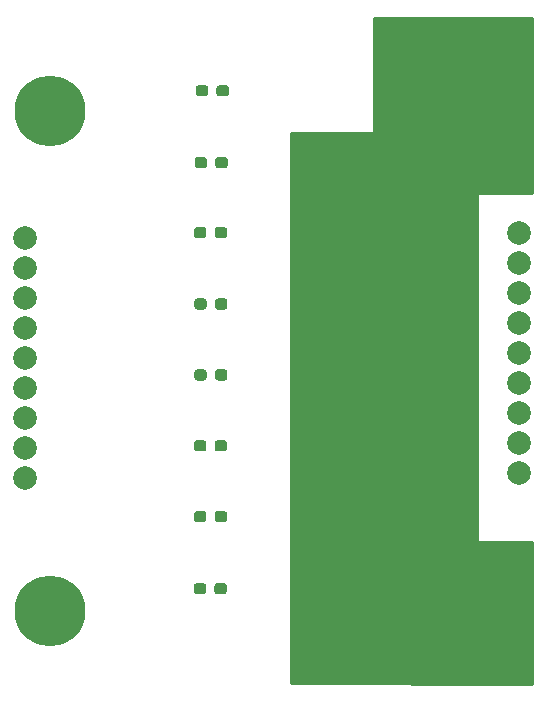
<source format=gbs>
%TF.GenerationSoftware,KiCad,Pcbnew,(5.1.8)-1*%
%TF.CreationDate,2021-02-13T13:18:40-08:00*%
%TF.ProjectId,20210213_Projects_PassiveBalanceBoard,32303231-3032-4313-935f-50726f6a6563,A0*%
%TF.SameCoordinates,PX5b5cac0PY99e0170*%
%TF.FileFunction,Soldermask,Bot*%
%TF.FilePolarity,Negative*%
%FSLAX46Y46*%
G04 Gerber Fmt 4.6, Leading zero omitted, Abs format (unit mm)*
G04 Created by KiCad (PCBNEW (5.1.8)-1) date 2021-02-13 13:18:40*
%MOMM*%
%LPD*%
G01*
G04 APERTURE LIST*
%ADD10C,6.000000*%
%ADD11C,2.000000*%
%ADD12C,0.254000*%
G04 APERTURE END LIST*
D10*
X3500000Y6350000D03*
X3500000Y48750000D03*
D11*
X43200000Y18040000D03*
X43200000Y20580000D03*
X43200000Y23120000D03*
X43200000Y25660000D03*
X43200000Y28200000D03*
X43200000Y30740000D03*
X43200000Y33280000D03*
X43200000Y35820000D03*
X43200000Y38360000D03*
G36*
G01*
X18550000Y26612500D02*
X18550000Y26137500D01*
G75*
G02*
X18312500Y25900000I-237500J0D01*
G01*
X17737500Y25900000D01*
G75*
G02*
X17500000Y26137500I0J237500D01*
G01*
X17500000Y26612500D01*
G75*
G02*
X17737500Y26850000I237500J0D01*
G01*
X18312500Y26850000D01*
G75*
G02*
X18550000Y26612500I0J-237500D01*
G01*
G37*
G36*
G01*
X16800000Y26612500D02*
X16800000Y26137500D01*
G75*
G02*
X16562500Y25900000I-237500J0D01*
G01*
X15987500Y25900000D01*
G75*
G02*
X15750000Y26137500I0J237500D01*
G01*
X15750000Y26612500D01*
G75*
G02*
X15987500Y26850000I237500J0D01*
G01*
X16562500Y26850000D01*
G75*
G02*
X16800000Y26612500I0J-237500D01*
G01*
G37*
G36*
G01*
X16775000Y20612500D02*
X16775000Y20137500D01*
G75*
G02*
X16537500Y19900000I-237500J0D01*
G01*
X15962500Y19900000D01*
G75*
G02*
X15725000Y20137500I0J237500D01*
G01*
X15725000Y20612500D01*
G75*
G02*
X15962500Y20850000I237500J0D01*
G01*
X16537500Y20850000D01*
G75*
G02*
X16775000Y20612500I0J-237500D01*
G01*
G37*
G36*
G01*
X18525000Y20612500D02*
X18525000Y20137500D01*
G75*
G02*
X18287500Y19900000I-237500J0D01*
G01*
X17712500Y19900000D01*
G75*
G02*
X17475000Y20137500I0J237500D01*
G01*
X17475000Y20612500D01*
G75*
G02*
X17712500Y20850000I237500J0D01*
G01*
X18287500Y20850000D01*
G75*
G02*
X18525000Y20612500I0J-237500D01*
G01*
G37*
G36*
G01*
X16775000Y14612500D02*
X16775000Y14137500D01*
G75*
G02*
X16537500Y13900000I-237500J0D01*
G01*
X15962500Y13900000D01*
G75*
G02*
X15725000Y14137500I0J237500D01*
G01*
X15725000Y14612500D01*
G75*
G02*
X15962500Y14850000I237500J0D01*
G01*
X16537500Y14850000D01*
G75*
G02*
X16775000Y14612500I0J-237500D01*
G01*
G37*
G36*
G01*
X18525000Y14612500D02*
X18525000Y14137500D01*
G75*
G02*
X18287500Y13900000I-237500J0D01*
G01*
X17712500Y13900000D01*
G75*
G02*
X17475000Y14137500I0J237500D01*
G01*
X17475000Y14612500D01*
G75*
G02*
X17712500Y14850000I237500J0D01*
G01*
X18287500Y14850000D01*
G75*
G02*
X18525000Y14612500I0J-237500D01*
G01*
G37*
G36*
G01*
X18675000Y50662500D02*
X18675000Y50187500D01*
G75*
G02*
X18437500Y49950000I-237500J0D01*
G01*
X17862500Y49950000D01*
G75*
G02*
X17625000Y50187500I0J237500D01*
G01*
X17625000Y50662500D01*
G75*
G02*
X17862500Y50900000I237500J0D01*
G01*
X18437500Y50900000D01*
G75*
G02*
X18675000Y50662500I0J-237500D01*
G01*
G37*
G36*
G01*
X16925000Y50662500D02*
X16925000Y50187500D01*
G75*
G02*
X16687500Y49950000I-237500J0D01*
G01*
X16112500Y49950000D01*
G75*
G02*
X15875000Y50187500I0J237500D01*
G01*
X15875000Y50662500D01*
G75*
G02*
X16112500Y50900000I237500J0D01*
G01*
X16687500Y50900000D01*
G75*
G02*
X16925000Y50662500I0J-237500D01*
G01*
G37*
G36*
G01*
X18575000Y44587500D02*
X18575000Y44112500D01*
G75*
G02*
X18337500Y43875000I-237500J0D01*
G01*
X17762500Y43875000D01*
G75*
G02*
X17525000Y44112500I0J237500D01*
G01*
X17525000Y44587500D01*
G75*
G02*
X17762500Y44825000I237500J0D01*
G01*
X18337500Y44825000D01*
G75*
G02*
X18575000Y44587500I0J-237500D01*
G01*
G37*
G36*
G01*
X16825000Y44587500D02*
X16825000Y44112500D01*
G75*
G02*
X16587500Y43875000I-237500J0D01*
G01*
X16012500Y43875000D01*
G75*
G02*
X15775000Y44112500I0J237500D01*
G01*
X15775000Y44587500D01*
G75*
G02*
X16012500Y44825000I237500J0D01*
G01*
X16587500Y44825000D01*
G75*
G02*
X16825000Y44587500I0J-237500D01*
G01*
G37*
G36*
G01*
X18525000Y38662500D02*
X18525000Y38187500D01*
G75*
G02*
X18287500Y37950000I-237500J0D01*
G01*
X17712500Y37950000D01*
G75*
G02*
X17475000Y38187500I0J237500D01*
G01*
X17475000Y38662500D01*
G75*
G02*
X17712500Y38900000I237500J0D01*
G01*
X18287500Y38900000D01*
G75*
G02*
X18525000Y38662500I0J-237500D01*
G01*
G37*
G36*
G01*
X16775000Y38662500D02*
X16775000Y38187500D01*
G75*
G02*
X16537500Y37950000I-237500J0D01*
G01*
X15962500Y37950000D01*
G75*
G02*
X15725000Y38187500I0J237500D01*
G01*
X15725000Y38662500D01*
G75*
G02*
X15962500Y38900000I237500J0D01*
G01*
X16537500Y38900000D01*
G75*
G02*
X16775000Y38662500I0J-237500D01*
G01*
G37*
G36*
G01*
X16800000Y32612500D02*
X16800000Y32137500D01*
G75*
G02*
X16562500Y31900000I-237500J0D01*
G01*
X15987500Y31900000D01*
G75*
G02*
X15750000Y32137500I0J237500D01*
G01*
X15750000Y32612500D01*
G75*
G02*
X15987500Y32850000I237500J0D01*
G01*
X16562500Y32850000D01*
G75*
G02*
X16800000Y32612500I0J-237500D01*
G01*
G37*
G36*
G01*
X18550000Y32612500D02*
X18550000Y32137500D01*
G75*
G02*
X18312500Y31900000I-237500J0D01*
G01*
X17737500Y31900000D01*
G75*
G02*
X17500000Y32137500I0J237500D01*
G01*
X17500000Y32612500D01*
G75*
G02*
X17737500Y32850000I237500J0D01*
G01*
X18312500Y32850000D01*
G75*
G02*
X18550000Y32612500I0J-237500D01*
G01*
G37*
G36*
G01*
X18500000Y8512500D02*
X18500000Y8037500D01*
G75*
G02*
X18262500Y7800000I-237500J0D01*
G01*
X17687500Y7800000D01*
G75*
G02*
X17450000Y8037500I0J237500D01*
G01*
X17450000Y8512500D01*
G75*
G02*
X17687500Y8750000I237500J0D01*
G01*
X18262500Y8750000D01*
G75*
G02*
X18500000Y8512500I0J-237500D01*
G01*
G37*
G36*
G01*
X16750000Y8512500D02*
X16750000Y8037500D01*
G75*
G02*
X16512500Y7800000I-237500J0D01*
G01*
X15937500Y7800000D01*
G75*
G02*
X15700000Y8037500I0J237500D01*
G01*
X15700000Y8512500D01*
G75*
G02*
X15937500Y8750000I237500J0D01*
G01*
X16512500Y8750000D01*
G75*
G02*
X16750000Y8512500I0J-237500D01*
G01*
G37*
X1400000Y38010000D03*
X1400000Y35470000D03*
X1400000Y32930000D03*
X1400000Y30390000D03*
X1400000Y27850000D03*
X1400000Y25310000D03*
X1400000Y22770000D03*
X1400000Y20230000D03*
X1400000Y17690000D03*
D12*
X44323000Y41802000D02*
X39800000Y41802000D01*
X39775224Y41799560D01*
X39751399Y41792333D01*
X39729443Y41780597D01*
X39710197Y41764803D01*
X39694403Y41745557D01*
X39682667Y41723601D01*
X39675440Y41699776D01*
X39673000Y41675000D01*
X39673000Y12350000D01*
X39675440Y12325224D01*
X39682667Y12301399D01*
X39694403Y12279443D01*
X39710197Y12260197D01*
X39729443Y12244403D01*
X39751399Y12232667D01*
X39775224Y12225440D01*
X39800000Y12223000D01*
X44323000Y12223000D01*
X44323000Y227154D01*
X23902000Y251847D01*
X23902000Y46823000D01*
X30850000Y46823000D01*
X30874776Y46825440D01*
X30898601Y46832667D01*
X30920557Y46844403D01*
X30939803Y46860197D01*
X30955597Y46879443D01*
X30967333Y46901399D01*
X30974560Y46925224D01*
X30977000Y46950000D01*
X30977000Y56623000D01*
X44323000Y56623000D01*
X44323000Y41802000D01*
G36*
X44323000Y41802000D02*
G01*
X39800000Y41802000D01*
X39775224Y41799560D01*
X39751399Y41792333D01*
X39729443Y41780597D01*
X39710197Y41764803D01*
X39694403Y41745557D01*
X39682667Y41723601D01*
X39675440Y41699776D01*
X39673000Y41675000D01*
X39673000Y12350000D01*
X39675440Y12325224D01*
X39682667Y12301399D01*
X39694403Y12279443D01*
X39710197Y12260197D01*
X39729443Y12244403D01*
X39751399Y12232667D01*
X39775224Y12225440D01*
X39800000Y12223000D01*
X44323000Y12223000D01*
X44323000Y227154D01*
X23902000Y251847D01*
X23902000Y46823000D01*
X30850000Y46823000D01*
X30874776Y46825440D01*
X30898601Y46832667D01*
X30920557Y46844403D01*
X30939803Y46860197D01*
X30955597Y46879443D01*
X30967333Y46901399D01*
X30974560Y46925224D01*
X30977000Y46950000D01*
X30977000Y56623000D01*
X44323000Y56623000D01*
X44323000Y41802000D01*
G37*
M02*

</source>
